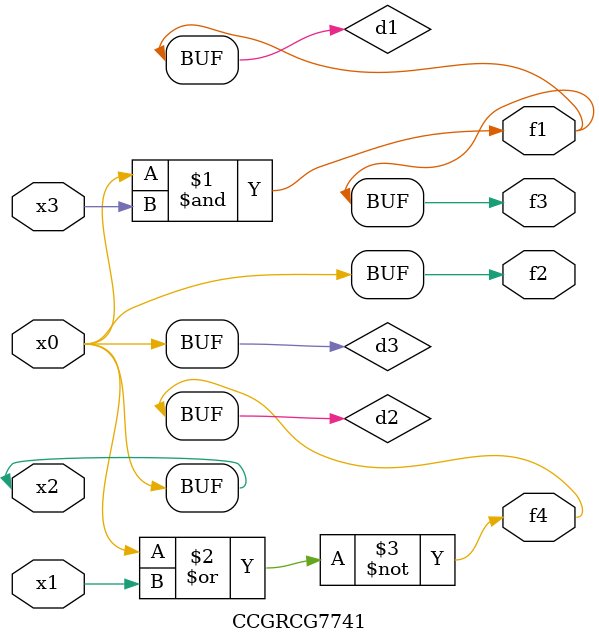
<source format=v>
module CCGRCG7741(
	input x0, x1, x2, x3,
	output f1, f2, f3, f4
);

	wire d1, d2, d3;

	and (d1, x2, x3);
	nor (d2, x0, x1);
	buf (d3, x0, x2);
	assign f1 = d1;
	assign f2 = d3;
	assign f3 = d1;
	assign f4 = d2;
endmodule

</source>
